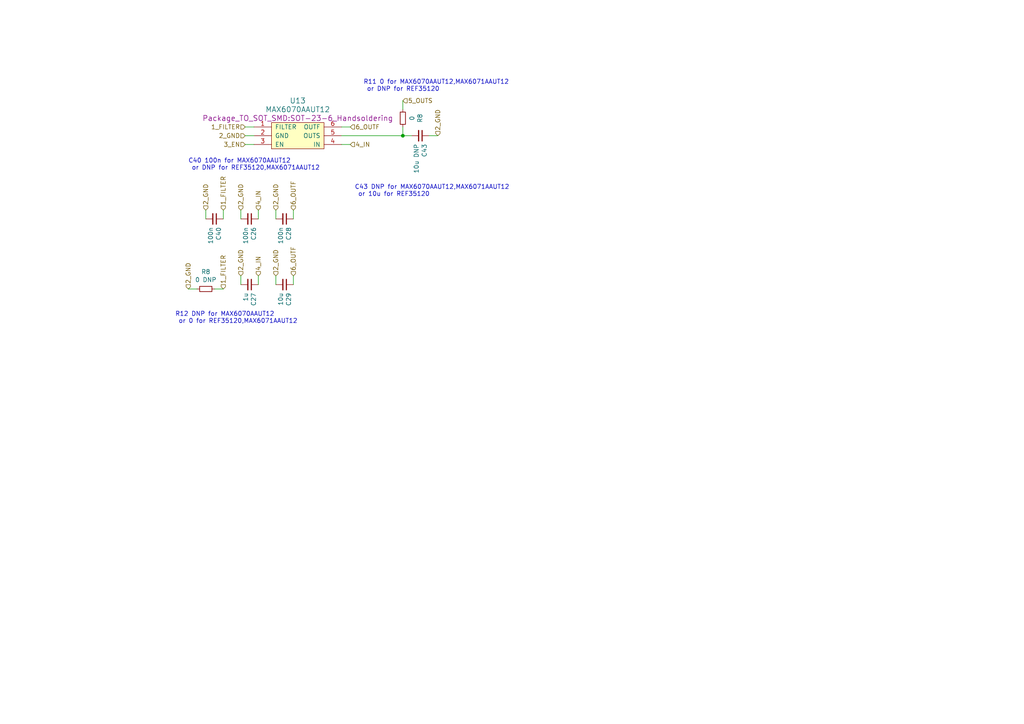
<source format=kicad_sch>
(kicad_sch (version 20230121) (generator eeschema)
  (paper "A4")
  (lib_symbols
    (symbol "FreeEEG16-alpha-adc_mcu:MAX6070AAUT12" (pin_names (offset 1.016))
      (property "Reference" "U13" (at 0 10.16 0))
      (property "Value" "MAX6070AAUT12" (at 0 7.62 0))
      (property "Footprint" "Package_TO_SOT_SMD:SOT-23-6_Handsoldering" (at 0 5.08 0))
      (symbol "MAX6070AAUT12_0_1"
        (rectangle (start -7.62 3.81) (end 7.62 -3.81) (fill (type background)))
      )
      (symbol "MAX6070AAUT12_1_1"
        (pin input line (at -12.7 2.54 0) (length 5.08) (name "FILTER") (number "1"))
        (pin input line (at -12.7 0 0) (length 5.08) (name "GND") (number "2"))
        (pin input line (at -12.7 -2.54 0) (length 5.08) (name "EN") (number "3"))
        (pin input line (at 12.7 -2.54 180) (length 5.08) (name "IN") (number "4"))
        (pin output line (at 12.7 0 180) (length 5.08) (name "OUTS") (number "5"))
        (pin output line (at 12.7 2.54 180) (length 5.08) (name "OUTF") (number "6"))
      )
    )
    (symbol "FreeEEG32-ads131-rescue:C_Small-Device" (pin_numbers hide) (pin_names (offset 0.254) hide)
      (property "Reference" "C" (at 0.254 1.778 0))
      (property "Value" "C_Small-Device" (at 0.254 -2.032 0))
      (symbol "C_Small-Device_0_1"
        (polyline (pts (xy -1.524 -0.508) (xy 1.524 -0.508)) (stroke (width 0.3302)))
        (polyline (pts (xy -1.524 0.508) (xy 1.524 0.508)) (stroke (width 0.3048)))
      )
      (symbol "C_Small-Device_1_1"
        (pin passive line (at 0 2.54 270) (length 2.032) (name "~") (number "1"))
        (pin passive line (at 0 -2.54 90) (length 2.032) (name "~") (number "2"))
      )
    )
    (symbol "FreeEEG32-ads131-rescue:R_Small-Device" (pin_numbers hide) (pin_names (offset 0.254) hide)
      (property "Reference" "R" (at 0.762 0.508 0))
      (property "Value" "R_Small-Device" (at 0.762 -1.016 0))
      (symbol "R_Small-Device_0_1"
        (rectangle (start -0.762 1.778) (end 0.762 -1.778) (stroke (width 0.2032)))
      )
      (symbol "R_Small-Device_1_1"
        (pin passive line (at 0 2.54 270) (length 0.762) (name "~") (number "1"))
        (pin passive line (at 0 -2.54 90) (length 0.762) (name "~") (number "2"))
      )
    )
  )
  (junction (at 116.84 39.37))
  (wire (pts (xy 124.46 39.37) (xy 127 39.37)))
  (wire (pts (xy 116.84 39.37) (xy 119.38 39.37)))
  (wire (pts (xy 101.6 41.91) (xy 99.06 41.91)))
  (wire (pts (xy 71.12 36.83) (xy 73.66 36.83)))
  (wire (pts (xy 85.09 60.96) (xy 85.09 63.5)))
  (wire (pts (xy 71.12 41.91) (xy 73.66 41.91)))
  (wire (pts (xy 80.01 80.01) (xy 80.01 82.55)))
  (wire (pts (xy 116.84 36.83) (xy 116.84 39.37)))
  (wire (pts (xy 80.01 60.96) (xy 80.01 63.5)))
  (wire (pts (xy 74.93 80.01) (xy 74.93 82.55)))
  (wire (pts (xy 69.85 80.01) (xy 69.85 82.55)))
  (wire (pts (xy 62.23 83.82) (xy 64.77 83.82)))
  (wire (pts (xy 99.06 39.37) (xy 116.84 39.37)))
  (wire (pts (xy 116.84 29.21) (xy 116.84 31.75)))
  (wire (pts (xy 54.61 83.82) (xy 57.15 83.82)))
  (wire (pts (xy 74.93 60.96) (xy 74.93 63.5)))
  (wire (pts (xy 101.6 36.83) (xy 99.06 36.83)))
  (wire (pts (xy 85.09 80.01) (xy 85.09 82.55)))
  (wire (pts (xy 59.69 60.96) (xy 59.69 63.5)))
  (wire (pts (xy 64.77 60.96) (xy 64.77 63.5)))
  (wire (pts (xy 71.12 39.37) (xy 73.66 39.37)))
  (wire (pts (xy 69.85 60.96) (xy 69.85 63.5)))
  (text "R12 DNP for MAX6070AAUT12\n or 0 for REF35120,MAX6071AAUT12" (at 50.8 93.98 0) (effects (font (size 1.27 1.27)) (justify left bottom)))
  (text "C40 100n for MAX6070AAUT12\n or DNP for REF35120,MAX6071AAUT12" (at 54.61 49.53 0) (effects (font (size 1.27 1.27)) (justify left bottom)))
  (text "C43 DNP for MAX6070AAUT12,MAX6071AAUT12\n or 10u for REF35120" (at 102.87 57.15 0) (effects (font (size 1.27 1.27)) (justify left bottom)))
  (text "R11 0 for MAX6070AAUT12,MAX6071AAUT12\n or DNP for REF35120" (at 105.41 26.67 0) (effects (font (size 1.27 1.27)) (justify left bottom)))
  (hierarchical_label "2_GND" (shape input) (at 71.12 39.37 180))
  (hierarchical_label "1_FILTER" (shape input) (at 64.77 83.82 90))
  (hierarchical_label "6_OUTF" (shape input) (at 85.09 60.96 90))
  (hierarchical_label "2_GND" (shape input) (at 59.69 60.96 90))
  (hierarchical_label "2_GND" (shape input) (at 54.61 83.82 90))
  (hierarchical_label "4_IN" (shape input) (at 74.93 80.01 90))
  (hierarchical_label "2_GND" (shape input) (at 80.01 80.01 90))
  (hierarchical_label "2_GND" (shape input) (at 80.01 60.96 90))
  (hierarchical_label "4_IN" (shape input) (at 74.93 60.96 90))
  (hierarchical_label "2_GND" (shape input) (at 69.85 60.96 90))
  (hierarchical_label "2_GND" (shape input) (at 127 39.37 90))
  (hierarchical_label "3_EN" (shape input) (at 71.12 41.91 180))
  (hierarchical_label "2_GND" (shape input) (at 69.85 80.01 90))
  (hierarchical_label "4_IN" (shape input) (at 101.6 41.91 0))
  (hierarchical_label "1_FILTER" (shape input) (at 71.12 36.83 180))
  (hierarchical_label "1_FILTER" (shape input) (at 64.77 60.96 90))
  (hierarchical_label "6_OUTF" (shape input) (at 85.09 80.01 90))
  (hierarchical_label "5_OUTS" (shape input) (at 116.84 29.21 0))
  (hierarchical_label "6_OUTF" (shape input) (at 101.6 36.83 0))
  (symbol (lib_id "FreeEEG32-ads131-rescue:C_Small-Device") (at 121.92 39.37 270) (unit 1)
    (property "Reference" "C43" (at 123.0884 41.7068 0) (effects (justify left)))
    (property "Value" "10u DNP" (at 120.777 41.7068 0) (effects (justify left)))
    (property "Footprint" "Capacitor_SMD:C_0603_1608Metric" (effects hide))
    (property "MNP" "DNP" (effects hide))
  )
  (symbol (lib_id "FreeEEG32-ads131-rescue:C_Small-Device") (at 82.55 63.5 270) (unit 1)
    (property "Reference" "C28" (at 83.7184 65.8368 0) (effects (justify left)))
    (property "Value" "100n" (at 81.407 65.8368 0) (effects (justify left)))
    (property "Footprint" "Capacitor_SMD:C_0402_1005Metric" (effects hide))
    (property "MNP" "CL05B104KO5NNNC" (effects hide))
  )
  (symbol (lib_id "FreeEEG32-ads131-rescue:C_Small-Device") (at 72.39 63.5 270) (unit 1)
    (property "Reference" "C26" (at 73.5584 65.8368 0) (effects (justify left)))
    (property "Value" "100n" (at 71.247 65.8368 0) (effects (justify left)))
    (property "Footprint" "Capacitor_SMD:C_0402_1005Metric" (effects hide))
    (property "MNP" "CL05B104KO5NNNC" (effects hide))
  )
  (symbol (lib_id "FreeEEG16-alpha-adc_mcu:MAX6070AAUT12") (at 86.36 39.37 0) (unit 1)
    (property "Reference" "U13" (at 86.36 29.21 0) (effects (font (size 1.524 1.524))))
    (property "Value" "MAX6070AAUT12" (at 86.36 31.75 0) (effects (font (size 1.524 1.524))))
    (property "Footprint" "Package_TO_SOT_SMD:SOT-23-6_Handsoldering" (at 86.36 34.29 0) (effects (font (size 1.524 1.524))))
    (property "MNP" "MAX6070AAUT12" (effects hide))
  )
  (symbol (lib_id "FreeEEG32-ads131-rescue:C_Small-Device") (at 72.39 82.55 270) (unit 1)
    (property "Reference" "C27" (at 73.5584 84.8868 0) (effects (justify left)))
    (property "Value" "1u" (at 71.247 84.8868 0) (effects (justify left)))
    (property "Footprint" "Capacitor_SMD:C_0402_1005Metric" (effects hide))
    (property "MNP" "CL05A105KO5NNNC" (effects hide))
  )
  (symbol (lib_id "FreeEEG32-ads131-rescue:R_Small-Device") (at 116.84 34.29 180) (unit 1)
    (property "Reference" "R8" (at 121.8184 34.29 90))
    (property "Value" "0" (at 119.507 34.29 90))
    (property "Footprint" "Resistor_SMD:R_0402_1005Metric" (effects hide))
    (property "MNP" "RC0402JR-070RL" (effects hide))
    (instances (project "freeeeg16-alpha" (path "" (reference "R8") (unit 1)) (path "" (reference "R11") (unit 1))))
  )
  (symbol (lib_id "FreeEEG32-ads131-rescue:R_Small-Device") (at 59.69 83.82 270) (unit 1)
    (property "Reference" "R8" (at 59.69 78.8416 90))
    (property "Value" "0 DNP" (at 59.69 81.153 90))
    (property "Footprint" "Resistor_SMD:R_0402_1005Metric" (effects hide))
    (property "MNP" "DNP" (effects hide))
    (instances (project "freeeeg16-alpha" (path "" (reference "R8") (unit 1)) (path "" (reference "R12") (unit 1))))
  )
  (symbol (lib_id "FreeEEG32-ads131-rescue:C_Small-Device") (at 62.23 63.5 270) (unit 1)
    (property "Reference" "C40" (at 63.3984 65.8368 0) (effects (justify left)))
    (property "Value" "100n" (at 61.087 65.8368 0) (effects (justify left)))
    (property "Footprint" "Capacitor_SMD:C_0402_1005Metric" (effects hide))
    (property "MNP" "CL05B104KO5NNNC" (effects hide))
  )
  (symbol (lib_id "FreeEEG32-ads131-rescue:C_Small-Device") (at 82.55 82.55 270) (unit 1)
    (property "Reference" "C29" (at 83.7184 84.8868 0) (effects (justify left)))
    (property "Value" "10u" (at 81.407 84.8868 0) (effects (justify left)))
    (property "Footprint" "Capacitor_SMD:C_0603_1608Metric" (effects hide))
    (property "MNP" "GRM188R60J106ME47D" (effects hide))
  )
)
</source>
